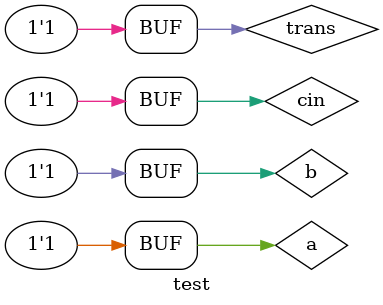
<source format=v>
`timescale 1ns / 1ps


module test(
    );
    reg a,b,cin;
    reg trans;
    wire s,cout;
    
    onebitadder #(3,3,2,1) dutd(cin,a,b,trans,s,cout);
    initial begin
    #0 a=1;b=1;cin=1;trans=0;
    end
    initial begin
    #10 a=0;
    #10 b=0;
    #10 a=1;
    #10 cin=0;
    #10 b=0;
    #10 a=0;
    #10 trans = 1;
        #10 b=1;
        #10 a=1;
        #10 cin=1;
        #10 b=1;
        #10 a=1;
    end
    
    
endmodule

</source>
